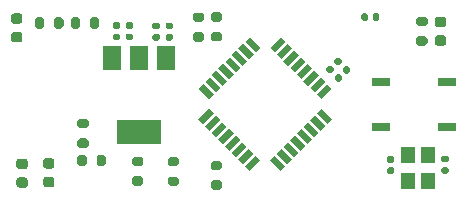
<source format=gbr>
%TF.GenerationSoftware,KiCad,Pcbnew,(5.1.6)-1*%
%TF.CreationDate,2020-11-19T11:34:22+01:00*%
%TF.ProjectId,Karim_Arduino,4b617269-6d5f-4417-9264-75696e6f2e6b,rev?*%
%TF.SameCoordinates,Original*%
%TF.FileFunction,Paste,Top*%
%TF.FilePolarity,Positive*%
%FSLAX46Y46*%
G04 Gerber Fmt 4.6, Leading zero omitted, Abs format (unit mm)*
G04 Created by KiCad (PCBNEW (5.1.6)-1) date 2020-11-19 11:34:22*
%MOMM*%
%LPD*%
G01*
G04 APERTURE LIST*
%ADD10C,0.100000*%
%ADD11R,1.200000X1.400000*%
%ADD12R,1.524000X0.762000*%
%ADD13R,3.800000X2.000000*%
%ADD14R,1.500000X2.000000*%
G04 APERTURE END LIST*
%TO.C,D2*%
G36*
G01*
X121213750Y-84660000D02*
X121726250Y-84660000D01*
G75*
G02*
X121945000Y-84878750I0J-218750D01*
G01*
X121945000Y-85316250D01*
G75*
G02*
X121726250Y-85535000I-218750J0D01*
G01*
X121213750Y-85535000D01*
G75*
G02*
X120995000Y-85316250I0J218750D01*
G01*
X120995000Y-84878750D01*
G75*
G02*
X121213750Y-84660000I218750J0D01*
G01*
G37*
G36*
G01*
X121213750Y-83085000D02*
X121726250Y-83085000D01*
G75*
G02*
X121945000Y-83303750I0J-218750D01*
G01*
X121945000Y-83741250D01*
G75*
G02*
X121726250Y-83960000I-218750J0D01*
G01*
X121213750Y-83960000D01*
G75*
G02*
X120995000Y-83741250I0J218750D01*
G01*
X120995000Y-83303750D01*
G75*
G02*
X121213750Y-83085000I218750J0D01*
G01*
G37*
%TD*%
%TO.C,R1*%
G36*
G01*
X126825000Y-83625000D02*
X126825000Y-84175000D01*
G75*
G02*
X126625000Y-84375000I-200000J0D01*
G01*
X126225000Y-84375000D01*
G75*
G02*
X126025000Y-84175000I0J200000D01*
G01*
X126025000Y-83625000D01*
G75*
G02*
X126225000Y-83425000I200000J0D01*
G01*
X126625000Y-83425000D01*
G75*
G02*
X126825000Y-83625000I0J-200000D01*
G01*
G37*
G36*
G01*
X128475000Y-83625000D02*
X128475000Y-84175000D01*
G75*
G02*
X128275000Y-84375000I-200000J0D01*
G01*
X127875000Y-84375000D01*
G75*
G02*
X127675000Y-84175000I0J200000D01*
G01*
X127675000Y-83625000D01*
G75*
G02*
X127875000Y-83425000I200000J0D01*
G01*
X128275000Y-83425000D01*
G75*
G02*
X128475000Y-83625000I0J-200000D01*
G01*
G37*
%TD*%
D10*
%TO.C,U1*%
G36*
X137233978Y-92452656D02*
G01*
X136838847Y-92057525D01*
X137736872Y-91159500D01*
X138132003Y-91554631D01*
X137233978Y-92452656D01*
G37*
G36*
X137799734Y-93018412D02*
G01*
X137404603Y-92623281D01*
X138302628Y-91725256D01*
X138697759Y-92120387D01*
X137799734Y-93018412D01*
G37*
G36*
X138365490Y-93584168D02*
G01*
X137970359Y-93189037D01*
X138868384Y-92291012D01*
X139263515Y-92686143D01*
X138365490Y-93584168D01*
G37*
G36*
X138931246Y-94149925D02*
G01*
X138536115Y-93754794D01*
X139434140Y-92856769D01*
X139829271Y-93251900D01*
X138931246Y-94149925D01*
G37*
G36*
X139495206Y-94713885D02*
G01*
X139100075Y-94318754D01*
X139998100Y-93420729D01*
X140393231Y-93815860D01*
X139495206Y-94713885D01*
G37*
G36*
X140060963Y-95279641D02*
G01*
X139665832Y-94884510D01*
X140563857Y-93986485D01*
X140958988Y-94381616D01*
X140060963Y-95279641D01*
G37*
G36*
X140626719Y-95845397D02*
G01*
X140231588Y-95450266D01*
X141129613Y-94552241D01*
X141524744Y-94947372D01*
X140626719Y-95845397D01*
G37*
G36*
X141192475Y-96411153D02*
G01*
X140797344Y-96016022D01*
X141695369Y-95117997D01*
X142090500Y-95513128D01*
X141192475Y-96411153D01*
G37*
G36*
X143807525Y-96411153D02*
G01*
X142909500Y-95513128D01*
X143304631Y-95117997D01*
X144202656Y-96016022D01*
X143807525Y-96411153D01*
G37*
G36*
X144373281Y-95845397D02*
G01*
X143475256Y-94947372D01*
X143870387Y-94552241D01*
X144768412Y-95450266D01*
X144373281Y-95845397D01*
G37*
G36*
X144939037Y-95279641D02*
G01*
X144041012Y-94381616D01*
X144436143Y-93986485D01*
X145334168Y-94884510D01*
X144939037Y-95279641D01*
G37*
G36*
X145504794Y-94713885D02*
G01*
X144606769Y-93815860D01*
X145001900Y-93420729D01*
X145899925Y-94318754D01*
X145504794Y-94713885D01*
G37*
G36*
X146068754Y-94149925D02*
G01*
X145170729Y-93251900D01*
X145565860Y-92856769D01*
X146463885Y-93754794D01*
X146068754Y-94149925D01*
G37*
G36*
X146634510Y-93584168D02*
G01*
X145736485Y-92686143D01*
X146131616Y-92291012D01*
X147029641Y-93189037D01*
X146634510Y-93584168D01*
G37*
G36*
X147200266Y-93018412D02*
G01*
X146302241Y-92120387D01*
X146697372Y-91725256D01*
X147595397Y-92623281D01*
X147200266Y-93018412D01*
G37*
G36*
X147766022Y-92452656D02*
G01*
X146867997Y-91554631D01*
X147263128Y-91159500D01*
X148161153Y-92057525D01*
X147766022Y-92452656D01*
G37*
G36*
X147263128Y-90340500D02*
G01*
X146867997Y-89945369D01*
X147766022Y-89047344D01*
X148161153Y-89442475D01*
X147263128Y-90340500D01*
G37*
G36*
X146697372Y-89774744D02*
G01*
X146302241Y-89379613D01*
X147200266Y-88481588D01*
X147595397Y-88876719D01*
X146697372Y-89774744D01*
G37*
G36*
X146131616Y-89208988D02*
G01*
X145736485Y-88813857D01*
X146634510Y-87915832D01*
X147029641Y-88310963D01*
X146131616Y-89208988D01*
G37*
G36*
X145565860Y-88643231D02*
G01*
X145170729Y-88248100D01*
X146068754Y-87350075D01*
X146463885Y-87745206D01*
X145565860Y-88643231D01*
G37*
G36*
X145001900Y-88079271D02*
G01*
X144606769Y-87684140D01*
X145504794Y-86786115D01*
X145899925Y-87181246D01*
X145001900Y-88079271D01*
G37*
G36*
X144436143Y-87513515D02*
G01*
X144041012Y-87118384D01*
X144939037Y-86220359D01*
X145334168Y-86615490D01*
X144436143Y-87513515D01*
G37*
G36*
X143870387Y-86947759D02*
G01*
X143475256Y-86552628D01*
X144373281Y-85654603D01*
X144768412Y-86049734D01*
X143870387Y-86947759D01*
G37*
G36*
X143304631Y-86382003D02*
G01*
X142909500Y-85986872D01*
X143807525Y-85088847D01*
X144202656Y-85483978D01*
X143304631Y-86382003D01*
G37*
G36*
X141695369Y-86382003D02*
G01*
X140797344Y-85483978D01*
X141192475Y-85088847D01*
X142090500Y-85986872D01*
X141695369Y-86382003D01*
G37*
G36*
X141129613Y-86947759D02*
G01*
X140231588Y-86049734D01*
X140626719Y-85654603D01*
X141524744Y-86552628D01*
X141129613Y-86947759D01*
G37*
G36*
X140563857Y-87513515D02*
G01*
X139665832Y-86615490D01*
X140060963Y-86220359D01*
X140958988Y-87118384D01*
X140563857Y-87513515D01*
G37*
G36*
X139998100Y-88079271D02*
G01*
X139100075Y-87181246D01*
X139495206Y-86786115D01*
X140393231Y-87684140D01*
X139998100Y-88079271D01*
G37*
G36*
X139434140Y-88643231D02*
G01*
X138536115Y-87745206D01*
X138931246Y-87350075D01*
X139829271Y-88248100D01*
X139434140Y-88643231D01*
G37*
G36*
X138868384Y-89208988D02*
G01*
X137970359Y-88310963D01*
X138365490Y-87915832D01*
X139263515Y-88813857D01*
X138868384Y-89208988D01*
G37*
G36*
X138302628Y-89774744D02*
G01*
X137404603Y-88876719D01*
X137799734Y-88481588D01*
X138697759Y-89379613D01*
X138302628Y-89774744D01*
G37*
G36*
X137736872Y-90340500D02*
G01*
X136838847Y-89442475D01*
X137233978Y-89047344D01*
X138132003Y-89945369D01*
X137736872Y-90340500D01*
G37*
%TD*%
%TO.C,R9*%
G36*
G01*
X138105000Y-97215000D02*
X138655000Y-97215000D01*
G75*
G02*
X138855000Y-97415000I0J-200000D01*
G01*
X138855000Y-97815000D01*
G75*
G02*
X138655000Y-98015000I-200000J0D01*
G01*
X138105000Y-98015000D01*
G75*
G02*
X137905000Y-97815000I0J200000D01*
G01*
X137905000Y-97415000D01*
G75*
G02*
X138105000Y-97215000I200000J0D01*
G01*
G37*
G36*
G01*
X138105000Y-95565000D02*
X138655000Y-95565000D01*
G75*
G02*
X138855000Y-95765000I0J-200000D01*
G01*
X138855000Y-96165000D01*
G75*
G02*
X138655000Y-96365000I-200000J0D01*
G01*
X138105000Y-96365000D01*
G75*
G02*
X137905000Y-96165000I0J200000D01*
G01*
X137905000Y-95765000D01*
G75*
G02*
X138105000Y-95565000I200000J0D01*
G01*
G37*
%TD*%
%TO.C,R4*%
G36*
G01*
X137135000Y-83815000D02*
X136585000Y-83815000D01*
G75*
G02*
X136385000Y-83615000I0J200000D01*
G01*
X136385000Y-83215000D01*
G75*
G02*
X136585000Y-83015000I200000J0D01*
G01*
X137135000Y-83015000D01*
G75*
G02*
X137335000Y-83215000I0J-200000D01*
G01*
X137335000Y-83615000D01*
G75*
G02*
X137135000Y-83815000I-200000J0D01*
G01*
G37*
G36*
G01*
X137135000Y-85465000D02*
X136585000Y-85465000D01*
G75*
G02*
X136385000Y-85265000I0J200000D01*
G01*
X136385000Y-84865000D01*
G75*
G02*
X136585000Y-84665000I200000J0D01*
G01*
X137135000Y-84665000D01*
G75*
G02*
X137335000Y-84865000I0J-200000D01*
G01*
X137335000Y-85265000D01*
G75*
G02*
X137135000Y-85465000I-200000J0D01*
G01*
G37*
%TD*%
%TO.C,C1*%
G36*
G01*
X148632807Y-88857609D02*
X148392391Y-88617193D01*
G75*
G02*
X148392391Y-88419203I98995J98995D01*
G01*
X148590381Y-88221213D01*
G75*
G02*
X148788371Y-88221213I98995J-98995D01*
G01*
X149028787Y-88461629D01*
G75*
G02*
X149028787Y-88659619I-98995J-98995D01*
G01*
X148830797Y-88857609D01*
G75*
G02*
X148632807Y-88857609I-98995J98995D01*
G01*
G37*
G36*
G01*
X149311629Y-88178787D02*
X149071213Y-87938371D01*
G75*
G02*
X149071213Y-87740381I98995J98995D01*
G01*
X149269203Y-87542391D01*
G75*
G02*
X149467193Y-87542391I98995J-98995D01*
G01*
X149707609Y-87782807D01*
G75*
G02*
X149707609Y-87980797I-98995J-98995D01*
G01*
X149509619Y-88178787D01*
G75*
G02*
X149311629Y-88178787I-98995J98995D01*
G01*
G37*
%TD*%
%TO.C,C2*%
G36*
G01*
X148611629Y-87468787D02*
X148371213Y-87228371D01*
G75*
G02*
X148371213Y-87030381I98995J98995D01*
G01*
X148569203Y-86832391D01*
G75*
G02*
X148767193Y-86832391I98995J-98995D01*
G01*
X149007609Y-87072807D01*
G75*
G02*
X149007609Y-87270797I-98995J-98995D01*
G01*
X148809619Y-87468787D01*
G75*
G02*
X148611629Y-87468787I-98995J98995D01*
G01*
G37*
G36*
G01*
X147932807Y-88147609D02*
X147692391Y-87907193D01*
G75*
G02*
X147692391Y-87709203I98995J98995D01*
G01*
X147890381Y-87511213D01*
G75*
G02*
X148088371Y-87511213I98995J-98995D01*
G01*
X148328787Y-87751629D01*
G75*
G02*
X148328787Y-87949619I-98995J-98995D01*
G01*
X148130797Y-88147609D01*
G75*
G02*
X147932807Y-88147609I-98995J98995D01*
G01*
G37*
%TD*%
%TO.C,C3*%
G36*
G01*
X152160000Y-83230000D02*
X152160000Y-83570000D01*
G75*
G02*
X152020000Y-83710000I-140000J0D01*
G01*
X151740000Y-83710000D01*
G75*
G02*
X151600000Y-83570000I0J140000D01*
G01*
X151600000Y-83230000D01*
G75*
G02*
X151740000Y-83090000I140000J0D01*
G01*
X152020000Y-83090000D01*
G75*
G02*
X152160000Y-83230000I0J-140000D01*
G01*
G37*
G36*
G01*
X151200000Y-83230000D02*
X151200000Y-83570000D01*
G75*
G02*
X151060000Y-83710000I-140000J0D01*
G01*
X150780000Y-83710000D01*
G75*
G02*
X150640000Y-83570000I0J140000D01*
G01*
X150640000Y-83230000D01*
G75*
G02*
X150780000Y-83090000I140000J0D01*
G01*
X151060000Y-83090000D01*
G75*
G02*
X151200000Y-83230000I0J-140000D01*
G01*
G37*
%TD*%
%TO.C,C4*%
G36*
G01*
X131180000Y-84390000D02*
X130840000Y-84390000D01*
G75*
G02*
X130700000Y-84250000I0J140000D01*
G01*
X130700000Y-83970000D01*
G75*
G02*
X130840000Y-83830000I140000J0D01*
G01*
X131180000Y-83830000D01*
G75*
G02*
X131320000Y-83970000I0J-140000D01*
G01*
X131320000Y-84250000D01*
G75*
G02*
X131180000Y-84390000I-140000J0D01*
G01*
G37*
G36*
G01*
X131180000Y-85350000D02*
X130840000Y-85350000D01*
G75*
G02*
X130700000Y-85210000I0J140000D01*
G01*
X130700000Y-84930000D01*
G75*
G02*
X130840000Y-84790000I140000J0D01*
G01*
X131180000Y-84790000D01*
G75*
G02*
X131320000Y-84930000I0J-140000D01*
G01*
X131320000Y-85210000D01*
G75*
G02*
X131180000Y-85350000I-140000J0D01*
G01*
G37*
%TD*%
%TO.C,C5*%
G36*
G01*
X130080000Y-85360000D02*
X129740000Y-85360000D01*
G75*
G02*
X129600000Y-85220000I0J140000D01*
G01*
X129600000Y-84940000D01*
G75*
G02*
X129740000Y-84800000I140000J0D01*
G01*
X130080000Y-84800000D01*
G75*
G02*
X130220000Y-84940000I0J-140000D01*
G01*
X130220000Y-85220000D01*
G75*
G02*
X130080000Y-85360000I-140000J0D01*
G01*
G37*
G36*
G01*
X130080000Y-84400000D02*
X129740000Y-84400000D01*
G75*
G02*
X129600000Y-84260000I0J140000D01*
G01*
X129600000Y-83980000D01*
G75*
G02*
X129740000Y-83840000I140000J0D01*
G01*
X130080000Y-83840000D01*
G75*
G02*
X130220000Y-83980000I0J-140000D01*
G01*
X130220000Y-84260000D01*
G75*
G02*
X130080000Y-84400000I-140000J0D01*
G01*
G37*
%TD*%
%TO.C,C6*%
G36*
G01*
X133440000Y-84420000D02*
X133100000Y-84420000D01*
G75*
G02*
X132960000Y-84280000I0J140000D01*
G01*
X132960000Y-84000000D01*
G75*
G02*
X133100000Y-83860000I140000J0D01*
G01*
X133440000Y-83860000D01*
G75*
G02*
X133580000Y-84000000I0J-140000D01*
G01*
X133580000Y-84280000D01*
G75*
G02*
X133440000Y-84420000I-140000J0D01*
G01*
G37*
G36*
G01*
X133440000Y-85380000D02*
X133100000Y-85380000D01*
G75*
G02*
X132960000Y-85240000I0J140000D01*
G01*
X132960000Y-84960000D01*
G75*
G02*
X133100000Y-84820000I140000J0D01*
G01*
X133440000Y-84820000D01*
G75*
G02*
X133580000Y-84960000I0J-140000D01*
G01*
X133580000Y-85240000D01*
G75*
G02*
X133440000Y-85380000I-140000J0D01*
G01*
G37*
%TD*%
%TO.C,C7*%
G36*
G01*
X134560000Y-85380000D02*
X134220000Y-85380000D01*
G75*
G02*
X134080000Y-85240000I0J140000D01*
G01*
X134080000Y-84960000D01*
G75*
G02*
X134220000Y-84820000I140000J0D01*
G01*
X134560000Y-84820000D01*
G75*
G02*
X134700000Y-84960000I0J-140000D01*
G01*
X134700000Y-85240000D01*
G75*
G02*
X134560000Y-85380000I-140000J0D01*
G01*
G37*
G36*
G01*
X134560000Y-84420000D02*
X134220000Y-84420000D01*
G75*
G02*
X134080000Y-84280000I0J140000D01*
G01*
X134080000Y-84000000D01*
G75*
G02*
X134220000Y-83860000I140000J0D01*
G01*
X134560000Y-83860000D01*
G75*
G02*
X134700000Y-84000000I0J-140000D01*
G01*
X134700000Y-84280000D01*
G75*
G02*
X134560000Y-84420000I-140000J0D01*
G01*
G37*
%TD*%
%TO.C,C8*%
G36*
G01*
X152950000Y-95170000D02*
X153290000Y-95170000D01*
G75*
G02*
X153430000Y-95310000I0J-140000D01*
G01*
X153430000Y-95590000D01*
G75*
G02*
X153290000Y-95730000I-140000J0D01*
G01*
X152950000Y-95730000D01*
G75*
G02*
X152810000Y-95590000I0J140000D01*
G01*
X152810000Y-95310000D01*
G75*
G02*
X152950000Y-95170000I140000J0D01*
G01*
G37*
G36*
G01*
X152950000Y-96130000D02*
X153290000Y-96130000D01*
G75*
G02*
X153430000Y-96270000I0J-140000D01*
G01*
X153430000Y-96550000D01*
G75*
G02*
X153290000Y-96690000I-140000J0D01*
G01*
X152950000Y-96690000D01*
G75*
G02*
X152810000Y-96550000I0J140000D01*
G01*
X152810000Y-96270000D01*
G75*
G02*
X152950000Y-96130000I140000J0D01*
G01*
G37*
%TD*%
%TO.C,C9*%
G36*
G01*
X157900000Y-95700000D02*
X157560000Y-95700000D01*
G75*
G02*
X157420000Y-95560000I0J140000D01*
G01*
X157420000Y-95280000D01*
G75*
G02*
X157560000Y-95140000I140000J0D01*
G01*
X157900000Y-95140000D01*
G75*
G02*
X158040000Y-95280000I0J-140000D01*
G01*
X158040000Y-95560000D01*
G75*
G02*
X157900000Y-95700000I-140000J0D01*
G01*
G37*
G36*
G01*
X157900000Y-96660000D02*
X157560000Y-96660000D01*
G75*
G02*
X157420000Y-96520000I0J140000D01*
G01*
X157420000Y-96240000D01*
G75*
G02*
X157560000Y-96100000I140000J0D01*
G01*
X157900000Y-96100000D01*
G75*
G02*
X158040000Y-96240000I0J-140000D01*
G01*
X158040000Y-96520000D01*
G75*
G02*
X157900000Y-96660000I-140000J0D01*
G01*
G37*
%TD*%
%TO.C,D1*%
G36*
G01*
X157093750Y-83375000D02*
X157606250Y-83375000D01*
G75*
G02*
X157825000Y-83593750I0J-218750D01*
G01*
X157825000Y-84031250D01*
G75*
G02*
X157606250Y-84250000I-218750J0D01*
G01*
X157093750Y-84250000D01*
G75*
G02*
X156875000Y-84031250I0J218750D01*
G01*
X156875000Y-83593750D01*
G75*
G02*
X157093750Y-83375000I218750J0D01*
G01*
G37*
G36*
G01*
X157093750Y-84950000D02*
X157606250Y-84950000D01*
G75*
G02*
X157825000Y-85168750I0J-218750D01*
G01*
X157825000Y-85606250D01*
G75*
G02*
X157606250Y-85825000I-218750J0D01*
G01*
X157093750Y-85825000D01*
G75*
G02*
X156875000Y-85606250I0J218750D01*
G01*
X156875000Y-85168750D01*
G75*
G02*
X157093750Y-84950000I218750J0D01*
G01*
G37*
%TD*%
%TO.C,D3*%
G36*
G01*
X122176250Y-97842500D02*
X121663750Y-97842500D01*
G75*
G02*
X121445000Y-97623750I0J218750D01*
G01*
X121445000Y-97186250D01*
G75*
G02*
X121663750Y-96967500I218750J0D01*
G01*
X122176250Y-96967500D01*
G75*
G02*
X122395000Y-97186250I0J-218750D01*
G01*
X122395000Y-97623750D01*
G75*
G02*
X122176250Y-97842500I-218750J0D01*
G01*
G37*
G36*
G01*
X122176250Y-96267500D02*
X121663750Y-96267500D01*
G75*
G02*
X121445000Y-96048750I0J218750D01*
G01*
X121445000Y-95611250D01*
G75*
G02*
X121663750Y-95392500I218750J0D01*
G01*
X122176250Y-95392500D01*
G75*
G02*
X122395000Y-95611250I0J-218750D01*
G01*
X122395000Y-96048750D01*
G75*
G02*
X122176250Y-96267500I-218750J0D01*
G01*
G37*
%TD*%
%TO.C,D4*%
G36*
G01*
X124446250Y-96222500D02*
X123933750Y-96222500D01*
G75*
G02*
X123715000Y-96003750I0J218750D01*
G01*
X123715000Y-95566250D01*
G75*
G02*
X123933750Y-95347500I218750J0D01*
G01*
X124446250Y-95347500D01*
G75*
G02*
X124665000Y-95566250I0J-218750D01*
G01*
X124665000Y-96003750D01*
G75*
G02*
X124446250Y-96222500I-218750J0D01*
G01*
G37*
G36*
G01*
X124446250Y-97797500D02*
X123933750Y-97797500D01*
G75*
G02*
X123715000Y-97578750I0J218750D01*
G01*
X123715000Y-97141250D01*
G75*
G02*
X123933750Y-96922500I218750J0D01*
G01*
X124446250Y-96922500D01*
G75*
G02*
X124665000Y-97141250I0J-218750D01*
G01*
X124665000Y-97578750D01*
G75*
G02*
X124446250Y-97797500I-218750J0D01*
G01*
G37*
%TD*%
D11*
%TO.C,HSE1*%
X154560000Y-95060000D03*
X154560000Y-97260000D03*
X156260000Y-97260000D03*
X156260000Y-95060000D03*
%TD*%
%TO.C,R2*%
G36*
G01*
X155500000Y-83370000D02*
X156050000Y-83370000D01*
G75*
G02*
X156250000Y-83570000I0J-200000D01*
G01*
X156250000Y-83970000D01*
G75*
G02*
X156050000Y-84170000I-200000J0D01*
G01*
X155500000Y-84170000D01*
G75*
G02*
X155300000Y-83970000I0J200000D01*
G01*
X155300000Y-83570000D01*
G75*
G02*
X155500000Y-83370000I200000J0D01*
G01*
G37*
G36*
G01*
X155500000Y-85020000D02*
X156050000Y-85020000D01*
G75*
G02*
X156250000Y-85220000I0J-200000D01*
G01*
X156250000Y-85620000D01*
G75*
G02*
X156050000Y-85820000I-200000J0D01*
G01*
X155500000Y-85820000D01*
G75*
G02*
X155300000Y-85620000I0J200000D01*
G01*
X155300000Y-85220000D01*
G75*
G02*
X155500000Y-85020000I200000J0D01*
G01*
G37*
%TD*%
%TO.C,R3*%
G36*
G01*
X124635000Y-84175000D02*
X124635000Y-83625000D01*
G75*
G02*
X124835000Y-83425000I200000J0D01*
G01*
X125235000Y-83425000D01*
G75*
G02*
X125435000Y-83625000I0J-200000D01*
G01*
X125435000Y-84175000D01*
G75*
G02*
X125235000Y-84375000I-200000J0D01*
G01*
X124835000Y-84375000D01*
G75*
G02*
X124635000Y-84175000I0J200000D01*
G01*
G37*
G36*
G01*
X122985000Y-84175000D02*
X122985000Y-83625000D01*
G75*
G02*
X123185000Y-83425000I200000J0D01*
G01*
X123585000Y-83425000D01*
G75*
G02*
X123785000Y-83625000I0J-200000D01*
G01*
X123785000Y-84175000D01*
G75*
G02*
X123585000Y-84375000I-200000J0D01*
G01*
X123185000Y-84375000D01*
G75*
G02*
X122985000Y-84175000I0J200000D01*
G01*
G37*
%TD*%
%TO.C,R5*%
G36*
G01*
X138655000Y-85445000D02*
X138105000Y-85445000D01*
G75*
G02*
X137905000Y-85245000I0J200000D01*
G01*
X137905000Y-84845000D01*
G75*
G02*
X138105000Y-84645000I200000J0D01*
G01*
X138655000Y-84645000D01*
G75*
G02*
X138855000Y-84845000I0J-200000D01*
G01*
X138855000Y-85245000D01*
G75*
G02*
X138655000Y-85445000I-200000J0D01*
G01*
G37*
G36*
G01*
X138655000Y-83795000D02*
X138105000Y-83795000D01*
G75*
G02*
X137905000Y-83595000I0J200000D01*
G01*
X137905000Y-83195000D01*
G75*
G02*
X138105000Y-82995000I200000J0D01*
G01*
X138655000Y-82995000D01*
G75*
G02*
X138855000Y-83195000I0J-200000D01*
G01*
X138855000Y-83595000D01*
G75*
G02*
X138655000Y-83795000I-200000J0D01*
G01*
G37*
%TD*%
%TO.C,R6*%
G36*
G01*
X131435000Y-95210000D02*
X131985000Y-95210000D01*
G75*
G02*
X132185000Y-95410000I0J-200000D01*
G01*
X132185000Y-95810000D01*
G75*
G02*
X131985000Y-96010000I-200000J0D01*
G01*
X131435000Y-96010000D01*
G75*
G02*
X131235000Y-95810000I0J200000D01*
G01*
X131235000Y-95410000D01*
G75*
G02*
X131435000Y-95210000I200000J0D01*
G01*
G37*
G36*
G01*
X131435000Y-96860000D02*
X131985000Y-96860000D01*
G75*
G02*
X132185000Y-97060000I0J-200000D01*
G01*
X132185000Y-97460000D01*
G75*
G02*
X131985000Y-97660000I-200000J0D01*
G01*
X131435000Y-97660000D01*
G75*
G02*
X131235000Y-97460000I0J200000D01*
G01*
X131235000Y-97060000D01*
G75*
G02*
X131435000Y-96860000I200000J0D01*
G01*
G37*
%TD*%
%TO.C,R7*%
G36*
G01*
X134995000Y-97695000D02*
X134445000Y-97695000D01*
G75*
G02*
X134245000Y-97495000I0J200000D01*
G01*
X134245000Y-97095000D01*
G75*
G02*
X134445000Y-96895000I200000J0D01*
G01*
X134995000Y-96895000D01*
G75*
G02*
X135195000Y-97095000I0J-200000D01*
G01*
X135195000Y-97495000D01*
G75*
G02*
X134995000Y-97695000I-200000J0D01*
G01*
G37*
G36*
G01*
X134995000Y-96045000D02*
X134445000Y-96045000D01*
G75*
G02*
X134245000Y-95845000I0J200000D01*
G01*
X134245000Y-95445000D01*
G75*
G02*
X134445000Y-95245000I200000J0D01*
G01*
X134995000Y-95245000D01*
G75*
G02*
X135195000Y-95445000I0J-200000D01*
G01*
X135195000Y-95845000D01*
G75*
G02*
X134995000Y-96045000I-200000J0D01*
G01*
G37*
%TD*%
%TO.C,R8*%
G36*
G01*
X127355000Y-92815000D02*
X126805000Y-92815000D01*
G75*
G02*
X126605000Y-92615000I0J200000D01*
G01*
X126605000Y-92215000D01*
G75*
G02*
X126805000Y-92015000I200000J0D01*
G01*
X127355000Y-92015000D01*
G75*
G02*
X127555000Y-92215000I0J-200000D01*
G01*
X127555000Y-92615000D01*
G75*
G02*
X127355000Y-92815000I-200000J0D01*
G01*
G37*
G36*
G01*
X127355000Y-94465000D02*
X126805000Y-94465000D01*
G75*
G02*
X126605000Y-94265000I0J200000D01*
G01*
X126605000Y-93865000D01*
G75*
G02*
X126805000Y-93665000I200000J0D01*
G01*
X127355000Y-93665000D01*
G75*
G02*
X127555000Y-93865000I0J-200000D01*
G01*
X127555000Y-94265000D01*
G75*
G02*
X127355000Y-94465000I-200000J0D01*
G01*
G37*
%TD*%
%TO.C,R10*%
G36*
G01*
X126585000Y-95815000D02*
X126585000Y-95265000D01*
G75*
G02*
X126785000Y-95065000I200000J0D01*
G01*
X127185000Y-95065000D01*
G75*
G02*
X127385000Y-95265000I0J-200000D01*
G01*
X127385000Y-95815000D01*
G75*
G02*
X127185000Y-96015000I-200000J0D01*
G01*
X126785000Y-96015000D01*
G75*
G02*
X126585000Y-95815000I0J200000D01*
G01*
G37*
G36*
G01*
X128235000Y-95815000D02*
X128235000Y-95265000D01*
G75*
G02*
X128435000Y-95065000I200000J0D01*
G01*
X128835000Y-95065000D01*
G75*
G02*
X129035000Y-95265000I0J-200000D01*
G01*
X129035000Y-95815000D01*
G75*
G02*
X128835000Y-96015000I-200000J0D01*
G01*
X128435000Y-96015000D01*
G75*
G02*
X128235000Y-95815000I0J200000D01*
G01*
G37*
%TD*%
D12*
%TO.C,SW1*%
X157919000Y-92680000D03*
X152331000Y-92680000D03*
X157919000Y-88870000D03*
X152331000Y-88870000D03*
%TD*%
D13*
%TO.C,U2*%
X131810000Y-93130000D03*
D14*
X131810000Y-86830000D03*
X129510000Y-86830000D03*
X134110000Y-86830000D03*
%TD*%
M02*

</source>
